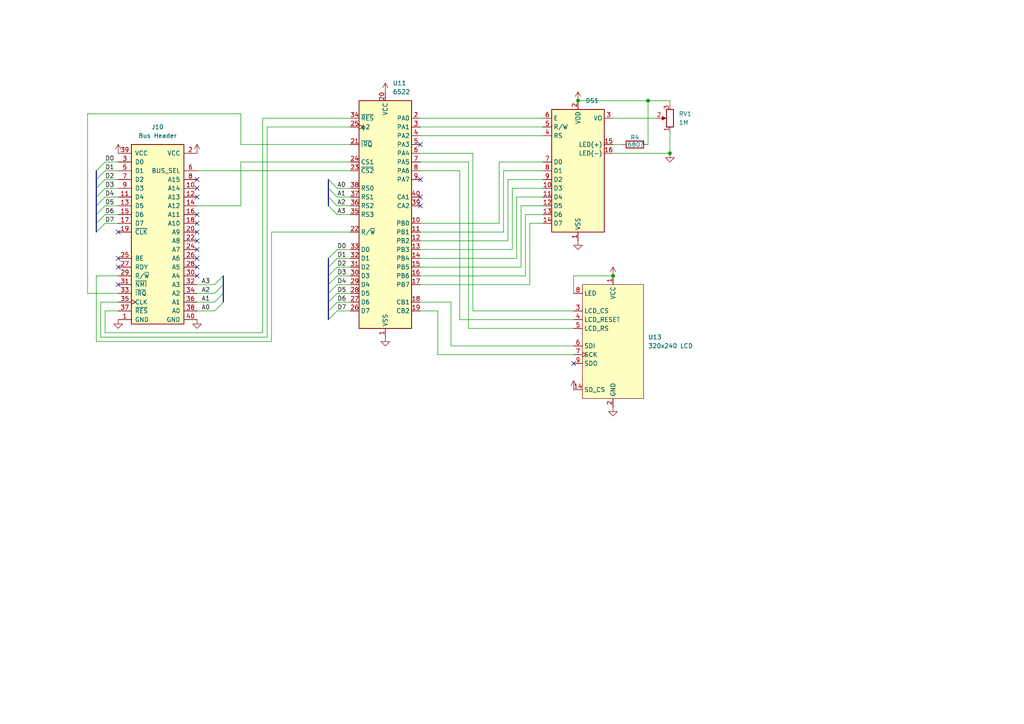
<source format=kicad_sch>
(kicad_sch (version 20250114) (generator "eeschema") (generator_version "9.0")
  (paper "A4")
  (lib_symbols
    (symbol "Board Connectors:20x4_LCD"
      (property "Reference" "DS1" (at -0.762 11.176 0))
      (symbol "20x4_LCD_1_1"
        (rectangle (start -7.62 17.78) (end 7.62 -17.78) (stroke (width 0.254)) (fill (type background)))
        (pin input line (at -10.16 15.24 0) (length 2.54) (name "E") (number "6"))
        (pin input line (at -10.16 12.7 0) (length 2.54) (name "R/W") (number "5"))
        (pin input line (at -10.16 10.16 0) (length 2.54) (name "RS") (number "4"))
        (pin input line (at -10.16 2.54 0) (length 2.54) (name "D0") (number "7"))
        (pin input line (at -10.16 0 0) (length 2.54) (name "D1") (number "8"))
        (pin input line (at -10.16 -2.54 0) (length 2.54) (name "D2") (number "9"))
        (pin input line (at -10.16 -5.08 0) (length 2.54) (name "D3") (number "10"))
        (pin input line (at -10.16 -7.62 0) (length 2.54) (name "D4") (number "11"))
        (pin input line (at -10.16 -10.16 0) (length 2.54) (name "D5") (number "12"))
        (pin input line (at -10.16 -12.7 0) (length 2.54) (name "D6") (number "13"))
        (pin input line (at -10.16 -15.24 0) (length 2.54) (name "D7") (number "14"))
        (pin power_in line (at 0 20.32 270) (length 2.54) (name "VDD") (number "2"))
        (pin power_in line (at 0 -20.32 90) (length 2.54) (name "VSS") (number "1"))
        (pin input line (at 10.16 15.24 180) (length 2.54) (name "VO") (number "3"))
        (pin power_in line (at 10.16 7.62 180) (length 2.54) (name "LED(+)") (number "15"))
        (pin power_in line (at 10.16 5.08 180) (length 2.54) (name "LED(-)") (number "16"))
      )
    )
    (symbol "Board Connectors:Generic Board Connector" (pin_names (offset 1.016))
      (property "Reference" "J3" (at -0.254 2.286 0))
      (property "Value" "Bus Header" (at 0.508 0.508 0))
      (symbol "Generic Board Connector_1_1"
        (rectangle (start -7.62 -1.27) (end 7.62 -53.34) (stroke (width 0.254)) (fill (type background)))
        (pin power_out line (at -11.43 -3.81 0) (length 3.81) (name "VCC") (number "39"))
        (pin bidirectional line (at -11.43 -6.35 0) (length 3.81) (name "D0") (number "3"))
        (pin bidirectional line (at -11.43 -8.89 0) (length 3.81) (name "D1") (number "5"))
        (pin bidirectional line (at -11.43 -11.43 0) (length 3.81) (name "D2") (number "7"))
        (pin bidirectional line (at -11.43 -13.97 0) (length 3.81) (name "D3") (number "9"))
        (pin bidirectional line (at -11.43 -16.51 0) (length 3.81) (name "D4") (number "11"))
        (pin bidirectional line (at -11.43 -19.05 0) (length 3.81) (name "D5") (number "13"))
        (pin bidirectional line (at -11.43 -21.59 0) (length 3.81) (name "D6") (number "15"))
        (pin bidirectional line (at -11.43 -24.13 0) (length 3.81) (name "D7") (number "17"))
        (pin output line (at -11.43 -26.67 0) (length 3.81) (name "~{CLK}") (number "19"))
        (pin no_connect line (at -11.43 -29.21 0) (length 3.81) (hide yes) (name "NC") (number "21"))
        (pin no_connect line (at -11.43 -31.75 0) (length 3.81) (hide yes) (name "NC") (number "23"))
        (pin output line (at -11.43 -34.29 0) (length 3.81) (name "BE") (number "25"))
        (pin output line (at -11.43 -36.83 0) (length 3.81) (name "RDY") (number "27"))
        (pin output line (at -11.43 -39.37 0) (length 3.81) (name "R/~{W}") (number "29"))
        (pin bidirectional line (at -11.43 -41.91 0) (length 3.81) (name "~{NMI}") (number "31"))
        (pin bidirectional line (at -11.43 -44.45 0) (length 3.81) (name "~{IRQ}") (number "33"))
        (pin output clock (at -11.43 -46.99 0) (length 3.81) (name "CLK") (number "35"))
        (pin output line (at -11.43 -49.53 0) (length 3.81) (name "~{RES}") (number "37"))
        (pin power_out line (at -11.43 -52.07 0) (length 3.81) (name "GND") (number "1"))
        (pin power_out line (at 11.43 -3.81 180) (length 3.81) (name "VCC") (number "2"))
        (pin no_connect line (at 11.43 -6.35 180) (length 3.81) (hide yes) (name "NC") (number "4"))
        (pin output line (at 11.43 -8.89 180) (length 3.81) (name "BUS_SEL") (number "6"))
        (pin output line (at 11.43 -11.43 180) (length 3.81) (name "A15") (number "8"))
        (pin output line (at 11.43 -13.97 180) (length 3.81) (name "A14") (number "10"))
        (pin output line (at 11.43 -16.51 180) (length 3.81) (name "A13") (number "12"))
        (pin output line (at 11.43 -19.05 180) (length 3.81) (name "A12") (number "14"))
        (pin output line (at 11.43 -21.59 180) (length 3.81) (name "A11") (number "16"))
        (pin output line (at 11.43 -24.13 180) (length 3.81) (name "A10") (number "18"))
        (pin output line (at 11.43 -26.67 180) (length 3.81) (name "A9") (number "20"))
        (pin output line (at 11.43 -29.21 180) (length 3.81) (name "A8") (number "22"))
        (pin output line (at 11.43 -31.75 180) (length 3.81) (name "A7") (number "24"))
        (pin output line (at 11.43 -34.29 180) (length 3.81) (name "A6") (number "26"))
        (pin output line (at 11.43 -36.83 180) (length 3.81) (name "A5") (number "28"))
        (pin output line (at 11.43 -39.37 180) (length 3.81) (name "A4") (number "30"))
        (pin output line (at 11.43 -41.91 180) (length 3.81) (name "A3") (number "32"))
        (pin output line (at 11.43 -44.45 180) (length 3.81) (name "A2") (number "34"))
        (pin output line (at 11.43 -46.99 180) (length 3.81) (name "A1") (number "36"))
        (pin output line (at 11.43 -49.53 180) (length 3.81) (name "A0") (number "38"))
        (pin power_out line (at 11.43 -52.07 180) (length 3.81) (name "GND") (number "40"))
      )
    )
    (symbol "Board Connectors:MSP2833"
      (property "Reference" "U" (at 3.302 0.508 0))
      (symbol "MSP2833_0_1"
        (rectangle (start -8.89 -1.27) (end 8.89 -34.29) (fill (type color) (color 255 255 194 1)))
      )
      (symbol "MSP2833_1_0"
        (pin input line (at -11.43 -3.81 0) (length 2.54) (name "LED") (number "8"))
        (pin input line (at -11.43 -19.05 0) (length 2.54) (name "SDI") (number "6"))
        (pin input clock (at -11.43 -21.59 0) (length 2.54) (name "SCK") (number "7"))
        (pin output line (at -11.43 -24.13 0) (length 2.54) (name "SDO") (number "9"))
        (pin input line (at -11.43 -31.75 0) (length 2.54) (name "SD_CS") (number "14"))
        (pin no_connect line (at 11.43 -13.97 180) (length 2.54) (hide yes) (name "CTP_SCL") (number "10"))
        (pin no_connect line (at 11.43 -16.51 180) (length 2.54) (hide yes) (name "CTP_RST") (number "11"))
        (pin no_connect line (at 11.43 -19.05 180) (length 2.54) (hide yes) (name "CTP_SDA") (number "12"))
        (pin no_connect line (at 11.43 -21.59 180) (length 2.54) (hide yes) (name "CTP_INT") (number "13"))
      )
      (symbol "MSP2833_1_1"
        (pin input line (at -11.43 -8.89 0) (length 2.54) (name "LCD_CS") (number "3"))
        (pin input line (at -11.43 -11.43 0) (length 2.54) (name "LCD_RESET") (number "4"))
        (pin input line (at -11.43 -13.97 0) (length 2.54) (name "LCD_RS") (number "5"))
        (pin power_in line (at 0 1.27 270) (length 2.54) (name "VCC") (number "1"))
        (pin power_in line (at 0 -36.83 90) (length 2.54) (name "GND") (number "2"))
      )
    )
    (symbol "Device:R" (pin_numbers (hide yes)) (pin_names (offset 0))
      (property "Reference" "R" (at 2.032 0 90))
      (property "Value" "R" (at 0 0 90))
      (symbol "R_0_1"
        (rectangle (start -1.016 -2.54) (end 1.016 2.54) (stroke (width 0.254)))
      )
      (symbol "R_1_1"
        (pin passive line (at 0 3.81 270) (length 1.27) (name "~") (number "1"))
        (pin passive line (at 0 -3.81 90) (length 1.27) (name "~") (number "2"))
      )
    )
    (symbol "Device:R_Potentiometer" (pin_names (offset 1.016) (hide yes))
      (property "Reference" "RV" (at -4.445 0 90))
      (property "Value" "R_Potentiometer" (at -2.54 0 90))
      (symbol "R_Potentiometer_0_1"
        (rectangle (start 1.016 2.54) (end -1.016 -2.54) (stroke (width 0.254)))
        (polyline (pts (xy 1.143 0) (xy 2.286 0.508) (xy 2.286 -0.508) (xy 1.143 0)) (fill (type outline)))
        (polyline (pts (xy 2.54 0) (xy 1.524 0)))
      )
      (symbol "R_Potentiometer_1_1"
        (pin passive line (at 0 3.81 270) (length 1.27) (name "1") (number "1"))
        (pin passive line (at 0 -3.81 90) (length 1.27) (name "3") (number "3"))
        (pin passive line (at 3.81 0 180) (length 1.27) (name "2") (number "2"))
      )
    )
    (symbol "PCM_65xx-library:6522"
      (property "Reference" "U" (at 2.54 38.1 0))
      (property "Value" "6522" (at 2.54 35.56 0))
      (symbol "6522_0_1"
        (rectangle (start -7.62 33.02) (end 7.62 -33.02) (stroke (width 0.254)) (fill (type background)))
      )
      (symbol "6522_1_1"
        (pin input line (at -10.16 27.94 0) (length 2.54) (name "~{RES}") (number "34"))
        (pin input clock (at -10.16 25.4 0) (length 2.54) (name "ϕ2") (number "25"))
        (pin open_collector line (at -10.16 20.32 0) (length 2.54) (name "~{IRQ}") (number "21"))
        (pin input line (at -10.16 15.24 0) (length 2.54) (name "CS1") (number "24"))
        (pin input line (at -10.16 12.7 0) (length 2.54) (name "~{CS2}") (number "23"))
        (pin input line (at -10.16 7.62 0) (length 2.54) (name "RS0") (number "38"))
        (pin input line (at -10.16 5.08 0) (length 2.54) (name "RS1") (number "37"))
        (pin input line (at -10.16 2.54 0) (length 2.54) (name "RS2") (number "36"))
        (pin input line (at -10.16 0 0) (length 2.54) (name "RS3") (number "35"))
        (pin input line (at -10.16 -5.08 0) (length 2.54) (name "R/~{W}") (number "22"))
        (pin bidirectional line (at -10.16 -10.16 0) (length 2.54) (name "D0") (number "33"))
        (pin bidirectional line (at -10.16 -12.7 0) (length 2.54) (name "D1") (number "32"))
        (pin bidirectional line (at -10.16 -15.24 0) (length 2.54) (name "D2") (number "31"))
        (pin bidirectional line (at -10.16 -17.78 0) (length 2.54) (name "D3") (number "30"))
        (pin bidirectional line (at -10.16 -20.32 0) (length 2.54) (name "D4") (number "29"))
        (pin bidirectional line (at -10.16 -22.86 0) (length 2.54) (name "D5") (number "28"))
        (pin bidirectional line (at -10.16 -25.4 0) (length 2.54) (name "D6") (number "27"))
        (pin bidirectional line (at -10.16 -27.94 0) (length 2.54) (name "D7") (number "26"))
        (pin power_in line (at 0 35.56 270) (length 2.54) (name "VCC") (number "20"))
        (pin power_in line (at 0 -35.56 90) (length 2.54) (name "VSS") (number "1"))
        (pin bidirectional line (at 10.16 27.94 180) (length 2.54) (name "PA0") (number "2"))
        (pin bidirectional line (at 10.16 25.4 180) (length 2.54) (name "PA1") (number "3"))
        (pin bidirectional line (at 10.16 22.86 180) (length 2.54) (name "PA2") (number "4"))
        (pin bidirectional line (at 10.16 20.32 180) (length 2.54) (name "PA3") (number "5"))
        (pin bidirectional line (at 10.16 17.78 180) (length 2.54) (name "PA4") (number "6"))
        (pin bidirectional line (at 10.16 15.24 180) (length 2.54) (name "PA5") (number "7"))
        (pin bidirectional line (at 10.16 12.7 180) (length 2.54) (name "PA6") (number "8"))
        (pin bidirectional line (at 10.16 10.16 180) (length 2.54) (name "PA7") (number "9"))
        (pin input line (at 10.16 5.08 180) (length 2.54) (name "CA1") (number "40"))
        (pin bidirectional line (at 10.16 2.54 180) (length 2.54) (name "CA2") (number "39"))
        (pin bidirectional line (at 10.16 -2.54 180) (length 2.54) (name "PB0") (number "10"))
        (pin bidirectional line (at 10.16 -5.08 180) (length 2.54) (name "PB1") (number "11"))
        (pin bidirectional line (at 10.16 -7.62 180) (length 2.54) (name "PB2") (number "12"))
        (pin bidirectional line (at 10.16 -10.16 180) (length 2.54) (name "PB3") (number "13"))
        (pin bidirectional line (at 10.16 -12.7 180) (length 2.54) (name "PB4") (number "14"))
        (pin bidirectional line (at 10.16 -15.24 180) (length 2.54) (name "PB5") (number "15"))
        (pin bidirectional line (at 10.16 -17.78 180) (length 2.54) (name "PB6") (number "16"))
        (pin bidirectional line (at 10.16 -20.32 180) (length 2.54) (name "PB7") (number "17"))
        (pin input line (at 10.16 -25.4 180) (length 2.54) (name "CB1") (number "18"))
        (pin bidirectional line (at 10.16 -27.94 180) (length 2.54) (name "CB2") (number "19"))
      )
    )
    (symbol "power:+5V" (power) (pin_numbers (hide yes)) (pin_names (offset 0) (hide yes))
      (property "Value" "+5V" (at 0 3.556 0))
      (symbol "+5V_0_1"
        (polyline (pts (xy -0.762 1.27) (xy 0 2.54)))
        (polyline (pts (xy 0 2.54) (xy 0.762 1.27)))
        (polyline (pts (xy 0 0) (xy 0 2.54)))
      )
      (symbol "+5V_1_1"
        (pin power_in line (at 0 0 90) (length 0) (name "~") (number "1"))
      )
    )
    (symbol "power:GND" (power) (pin_numbers (hide yes)) (pin_names (offset 0) (hide yes))
      (property "Value" "GND" (at 0 -3.81 0))
      (symbol "GND_0_1"
        (polyline (pts (xy 0 0) (xy 0 -1.27) (xy 1.27 -1.27) (xy 0 -2.54) (xy -1.27 -1.27) (xy 0 -1.27)))
      )
      (symbol "GND_1_1"
        (pin power_in line (at 0 0 270) (length 0) (name "~") (number "1"))
      )
    )
  )
  (junction (at 194.31 44.45))
  (junction (at 167.64 29.21))
  (junction (at 187.96 29.21))
  (junction (at 177.8 80.01))
  (no_connect (at 57.15 72.39))
  (no_connect (at 166.37 105.41))
  (no_connect (at 34.29 67.31))
  (no_connect (at 34.29 82.55))
  (no_connect (at 57.15 62.23))
  (no_connect (at 57.15 77.47))
  (no_connect (at 57.15 69.85))
  (no_connect (at 121.92 59.69))
  (no_connect (at 57.15 80.01))
  (no_connect (at 121.92 41.91))
  (no_connect (at 57.15 52.07))
  (no_connect (at 57.15 64.77))
  (no_connect (at 57.15 67.31))
  (no_connect (at 121.92 57.15))
  (no_connect (at 34.29 74.93))
  (no_connect (at 57.15 74.93))
  (no_connect (at 57.15 54.61))
  (no_connect (at 121.92 52.07))
  (no_connect (at 57.15 57.15))
  (no_connect (at 34.29 77.47))
  (bus_entry (at 95.25 52.07) (size 2.54 2.54))
  (bus_entry (at 97.79 87.63) (size -2.54 2.54))
  (bus_entry (at 30.48 62.23) (size -2.54 2.54))
  (bus_entry (at 97.79 85.09) (size -2.54 2.54))
  (bus_entry (at 97.79 74.93) (size -2.54 2.54))
  (bus_entry (at 95.25 57.15) (size 2.54 2.54))
  (bus_entry (at 30.48 59.69) (size -2.54 2.54))
  (bus_entry (at 30.48 54.61) (size -2.54 2.54))
  (bus_entry (at 97.79 82.55) (size -2.54 2.54))
  (bus_entry (at 62.23 82.55) (size 2.54 -2.54))
  (bus_entry (at 97.79 72.39) (size -2.54 2.54))
  (bus_entry (at 62.23 85.09) (size 2.54 -2.54))
  (bus_entry (at 97.79 90.17) (size -2.54 2.54))
  (bus_entry (at 62.23 87.63) (size 2.54 -2.54))
  (bus_entry (at 30.48 46.99) (size -2.54 2.54))
  (bus_entry (at 97.79 77.47) (size -2.54 2.54))
  (bus_entry (at 30.48 52.07) (size -2.54 2.54))
  (bus_entry (at 30.48 57.15) (size -2.54 2.54))
  (bus_entry (at 62.23 90.17) (size 2.54 -2.54))
  (bus_entry (at 97.79 80.01) (size -2.54 2.54))
  (bus_entry (at 30.48 49.53) (size -2.54 2.54))
  (bus_entry (at 30.48 64.77) (size -2.54 2.54))
  (bus_entry (at 95.25 54.61) (size 2.54 2.54))
  (bus_entry (at 95.25 59.69) (size 2.54 2.54))
  (wire (pts (xy 166.37 100.33) (xy 130.81 100.33)))
  (wire (pts (xy 57.15 87.63) (xy 62.23 87.63)))
  (wire (pts (xy 166.37 80.01) (xy 177.8 80.01)))
  (wire (pts (xy 166.37 85.09) (xy 166.37 80.01)))
  (wire (pts (xy 97.79 74.93) (xy 101.6 74.93)))
  (wire (pts (xy 194.31 38.1) (xy 194.31 44.45)))
  (wire (pts (xy 146.05 49.53) (xy 157.48 49.53)))
  (wire (pts (xy 130.81 87.63) (xy 121.92 87.63)))
  (wire (pts (xy 127 102.87) (xy 127 90.17)))
  (wire (pts (xy 166.37 102.87) (xy 127 102.87)))
  (wire (pts (xy 194.31 29.21) (xy 194.31 30.48)))
  (wire (pts (xy 97.79 87.63) (xy 101.6 87.63)))
  (wire (pts (xy 97.79 82.55) (xy 101.6 82.55)))
  (wire (pts (xy 166.37 92.71) (xy 133.35 92.71)))
  (wire (pts (xy 78.74 67.31) (xy 78.74 99.06)))
  (wire (pts (xy 149.86 57.15) (xy 149.86 74.93)))
  (wire (pts (xy 57.15 49.53) (xy 101.6 49.53)))
  (wire (pts (xy 57.15 82.55) (xy 62.23 82.55)))
  (bus (pts (xy 64.77 85.09) (xy 64.77 87.63)))
  (wire (pts (xy 25.4 33.02) (xy 69.85 33.02)))
  (wire (pts (xy 97.79 85.09) (xy 101.6 85.09)))
  (bus (pts (xy 95.25 85.09) (xy 95.25 87.63)))
  (wire (pts (xy 121.92 39.37) (xy 157.48 39.37)))
  (bus (pts (xy 95.25 82.55) (xy 95.25 85.09)))
  (wire (pts (xy 151.13 77.47) (xy 121.92 77.47)))
  (wire (pts (xy 27.94 99.06) (xy 27.94 80.01)))
  (bus (pts (xy 27.94 62.23) (xy 27.94 64.77)))
  (wire (pts (xy 69.85 59.69) (xy 69.85 46.99)))
  (bus (pts (xy 95.25 74.93) (xy 95.25 77.47)))
  (wire (pts (xy 152.4 80.01) (xy 121.92 80.01)))
  (wire (pts (xy 194.31 44.45) (xy 177.8 44.45)))
  (bus (pts (xy 95.25 77.47) (xy 95.25 80.01)))
  (wire (pts (xy 76.2 96.52) (xy 76.2 34.29)))
  (bus (pts (xy 27.94 49.53) (xy 27.94 52.07)))
  (bus (pts (xy 27.94 57.15) (xy 27.94 59.69)))
  (wire (pts (xy 34.29 85.09) (xy 25.4 85.09)))
  (wire (pts (xy 153.67 64.77) (xy 157.48 64.77)))
  (wire (pts (xy 133.35 49.53) (xy 121.92 49.53)))
  (wire (pts (xy 97.79 77.47) (xy 101.6 77.47)))
  (wire (pts (xy 153.67 64.77) (xy 153.67 82.55)))
  (wire (pts (xy 30.48 49.53) (xy 34.29 49.53)))
  (wire (pts (xy 29.21 97.79) (xy 29.21 87.63)))
  (wire (pts (xy 152.4 62.23) (xy 157.48 62.23)))
  (wire (pts (xy 167.64 29.21) (xy 187.96 29.21)))
  (wire (pts (xy 77.47 36.83) (xy 77.47 97.79)))
  (wire (pts (xy 147.32 52.07) (xy 147.32 69.85)))
  (wire (pts (xy 30.48 46.99) (xy 34.29 46.99)))
  (wire (pts (xy 69.85 41.91) (xy 101.6 41.91)))
  (bus (pts (xy 27.94 54.61) (xy 27.94 57.15)))
  (wire (pts (xy 30.48 54.61) (xy 34.29 54.61)))
  (wire (pts (xy 137.16 44.45) (xy 121.92 44.45)))
  (wire (pts (xy 127 90.17) (xy 121.92 90.17)))
  (wire (pts (xy 57.15 59.69) (xy 69.85 59.69)))
  (wire (pts (xy 69.85 33.02) (xy 69.85 41.91)))
  (wire (pts (xy 133.35 92.71) (xy 133.35 49.53)))
  (wire (pts (xy 57.15 85.09) (xy 62.23 85.09)))
  (wire (pts (xy 69.85 46.99) (xy 101.6 46.99)))
  (wire (pts (xy 97.79 62.23) (xy 101.6 62.23)))
  (bus (pts (xy 27.94 52.07) (xy 27.94 54.61)))
  (wire (pts (xy 130.81 100.33) (xy 130.81 87.63)))
  (wire (pts (xy 152.4 62.23) (xy 152.4 80.01)))
  (wire (pts (xy 147.32 69.85) (xy 121.92 69.85)))
  (wire (pts (xy 97.79 59.69) (xy 101.6 59.69)))
  (wire (pts (xy 147.32 52.07) (xy 157.48 52.07)))
  (wire (pts (xy 27.94 80.01) (xy 34.29 80.01)))
  (wire (pts (xy 101.6 36.83) (xy 77.47 36.83)))
  (wire (pts (xy 166.37 90.17) (xy 137.16 90.17)))
  (wire (pts (xy 177.8 34.29) (xy 190.5 34.29)))
  (bus (pts (xy 95.25 52.07) (xy 95.25 54.61)))
  (wire (pts (xy 144.78 64.77) (xy 121.92 64.77)))
  (bus (pts (xy 95.25 57.15) (xy 95.25 59.69)))
  (wire (pts (xy 137.16 90.17) (xy 137.16 44.45)))
  (wire (pts (xy 153.67 82.55) (xy 121.92 82.55)))
  (wire (pts (xy 177.8 41.91) (xy 180.34 41.91)))
  (wire (pts (xy 148.59 72.39) (xy 121.92 72.39)))
  (wire (pts (xy 57.15 90.17) (xy 62.23 90.17)))
  (wire (pts (xy 146.05 67.31) (xy 121.92 67.31)))
  (wire (pts (xy 151.13 59.69) (xy 151.13 77.47)))
  (wire (pts (xy 166.37 95.25) (xy 135.89 95.25)))
  (wire (pts (xy 30.48 62.23) (xy 34.29 62.23)))
  (wire (pts (xy 97.79 54.61) (xy 101.6 54.61)))
  (wire (pts (xy 30.48 90.17) (xy 30.48 96.52)))
  (wire (pts (xy 151.13 59.69) (xy 157.48 59.69)))
  (wire (pts (xy 30.48 57.15) (xy 34.29 57.15)))
  (wire (pts (xy 121.92 34.29) (xy 157.48 34.29)))
  (bus (pts (xy 95.25 87.63) (xy 95.25 90.17)))
  (wire (pts (xy 97.79 80.01) (xy 101.6 80.01)))
  (bus (pts (xy 64.77 82.55) (xy 64.77 85.09)))
  (wire (pts (xy 149.86 74.93) (xy 121.92 74.93)))
  (wire (pts (xy 30.48 59.69) (xy 34.29 59.69)))
  (bus (pts (xy 95.25 54.61) (xy 95.25 57.15)))
  (bus (pts (xy 27.94 59.69) (xy 27.94 62.23)))
  (wire (pts (xy 101.6 67.31) (xy 78.74 67.31)))
  (wire (pts (xy 121.92 46.99) (xy 135.89 46.99)))
  (bus (pts (xy 95.25 90.17) (xy 95.25 92.71)))
  (wire (pts (xy 34.29 90.17) (xy 30.48 90.17)))
  (wire (pts (xy 187.96 29.21) (xy 187.96 41.91)))
  (wire (pts (xy 78.74 99.06) (xy 27.94 99.06)))
  (bus (pts (xy 27.94 64.77) (xy 27.94 67.31)))
  (bus (pts (xy 95.25 80.01) (xy 95.25 82.55)))
  (wire (pts (xy 76.2 34.29) (xy 101.6 34.29)))
  (wire (pts (xy 77.47 97.79) (xy 29.21 97.79)))
  (wire (pts (xy 148.59 54.61) (xy 157.48 54.61)))
  (wire (pts (xy 146.05 49.53) (xy 146.05 67.31)))
  (wire (pts (xy 149.86 57.15) (xy 157.48 57.15)))
  (wire (pts (xy 148.59 54.61) (xy 148.59 72.39)))
  (wire (pts (xy 144.78 46.99) (xy 144.78 64.77)))
  (wire (pts (xy 29.21 87.63) (xy 34.29 87.63)))
  (wire (pts (xy 30.48 96.52) (xy 76.2 96.52)))
  (wire (pts (xy 121.92 36.83) (xy 157.48 36.83)))
  (wire (pts (xy 144.78 46.99) (xy 157.48 46.99)))
  (wire (pts (xy 97.79 72.39) (xy 101.6 72.39)))
  (wire (pts (xy 30.48 64.77) (xy 34.29 64.77)))
  (wire (pts (xy 97.79 57.15) (xy 101.6 57.15)))
  (bus (pts (xy 64.77 80.01) (xy 64.77 82.55)))
  (wire (pts (xy 187.96 29.21) (xy 194.31 29.21)))
  (wire (pts (xy 97.79 90.17) (xy 101.6 90.17)))
  (wire (pts (xy 135.89 46.99) (xy 135.89 95.25)))
  (wire (pts (xy 25.4 85.09) (xy 25.4 33.02)))
  (wire (pts (xy 30.48 52.07) (xy 34.29 52.07)))
  (label "D7" (at 30.48 64.77 0))
  (label "D0" (at 30.48 46.99 0))
  (label "D2" (at 30.48 52.07 0))
  (label "D1" (at 30.48 49.53 0))
  (label "D3" (at 30.48 54.61 0))
  (label "D4" (at 30.48 57.15 0))
  (label "D6" (at 30.48 62.23 0))
  (label "D5" (at 30.48 59.69 0))
  (label "D6" (at 97.79 87.63 0))
  (label "D4" (at 97.79 82.55 0))
  (label "D3" (at 97.79 80.01 0))
  (label "D2" (at 97.79 77.47 0))
  (label "D5" (at 97.79 85.09 0))
  (label "D1" (at 97.79 74.93 0))
  (label "D0" (at 97.79 72.39 0))
  (label "A1" (at 97.79 57.15 0))
  (label "A0" (at 97.79 54.61 0))
  (label "A3" (at 97.79 62.23 0))
  (label "A2" (at 97.79 59.69 0))
  (label "D7" (at 97.79 90.17 0))
  (label "A3" (at 58.42 82.55 0))
  (label "A2" (at 58.42 85.09 0))
  (label "A1" (at 58.42 87.63 0))
  (label "A0" (at 58.42 90.17 0))
  (symbol (lib_id "Board Connectors:MSP2833") (at 177.8 81.28 0) (unit 1)
    (property "Reference" "U13" (at 187.96 97.7899 0) (effects (justify left)))
    (property "Value" "320x240 LCD" (at 187.96 100.3299 0) (effects (justify left)))
    (property "Footprint" "Connector_PinHeader_2.54mm:PinHeader_1x14_P2.54mm_Vertical" (effects (hide yes)))
  )
  (symbol (lib_id "power:GND") (at 34.29 92.71 0) (unit 1)
    (property "Reference" "#PWR83" (effects (hide yes)))
    (property "Value" "GND" (effects (hide yes)))
    (property "Description" "Power symbol creates a global label with name \"GND\" , ground" (effects (hide yes)))
  )
  (symbol (lib_id "Device:R_Potentiometer") (at 194.31 34.29 180) (unit 1)
    (property "Reference" "RV1" (at 196.85 33.0199 0) (effects (justify right)))
    (property "Value" "1M" (at 196.85 35.5599 0) (effects (justify right)))
    (property "Footprint" "Potentiometer_THT:Potentiometer_Vishay_T7-YA_Single_Vertical" (effects (hide yes)))
    (property "Description" "Potentiometer" (effects (hide yes)))
  )
  (symbol (lib_id "power:+5V") (at 34.29 44.45 0) (unit 1)
    (property "Reference" "#PWR76" (effects (hide yes)))
    (property "Value" "+5V" (effects (hide yes)))
    (property "Description" "Power symbol creates a global label with name \"+5V\"" (effects (hide yes)))
  )
  (symbol (lib_id "power:+5V") (at 177.8 80.01 0) (unit 1)
    (property "Reference" "#PWR81" (effects (hide yes)))
    (property "Value" "+5V" (effects (hide yes)))
    (property "Description" "Power symbol creates a global label with name \"+5V\"" (effects (hide yes)))
  )
  (symbol (lib_id "power:GND") (at 177.8 118.11 0) (unit 1)
    (property "Reference" "#PWR88" (effects (hide yes)))
    (property "Value" "GND" (effects (hide yes)))
    (property "Description" "Power symbol creates a global label with name \"GND\" , ground" (effects (hide yes)))
  )
  (symbol (lib_id "power:+5V") (at 111.76 26.67 0) (unit 1)
    (property "Reference" "#PWR74" (effects (hide yes)))
    (property "Value" "+5V" (effects (hide yes)))
    (property "Description" "Power symbol creates a global label with name \"+5V\"" (effects (hide yes)))
  )
  (symbol (lib_id "power:GND") (at 167.64 69.85 0) (unit 1)
    (property "Reference" "#PWR80" (effects (hide yes)))
    (property "Value" "GND" (effects (hide yes)))
    (property "Description" "Power symbol creates a global label with name \"GND\" , ground" (effects (hide yes)))
  )
  (symbol (lib_id "PCM_65xx-library:6522") (at 111.76 62.23 0) (unit 1)
    (property "Reference" "U11" (at 113.9033 24.13 0) (effects (justify left)))
    (property "Value" "6522" (at 113.9033 26.67 0) (effects (justify left)))
    (property "Footprint" "Package_DIP:DIP-40_W15.24mm" (effects (hide yes)))
    (property "Datasheet" "http://www.6502.org/documents/datasheets/mos/mos_6522_preliminary_nov_1977.pdf" (effects (hide yes)))
    (property "Description" "NMOS Versatile Interface Adapter (VIA), 20-pin I/O, 2 Timer/Counters, DIP-40" (effects (hide yes)))
  )
  (symbol (lib_id "power:+5V") (at 167.64 29.21 0) (unit 1)
    (property "Reference" "#PWR75" (effects (hide yes)))
    (property "Value" "+5V" (effects (hide yes)))
    (property "Description" "Power symbol creates a global label with name \"+5V\"" (effects (hide yes)))
  )
  (symbol (lib_id "power:GND") (at 194.31 44.45 0) (unit 1)
    (property "Reference" "#PWR78" (effects (hide yes)))
    (property "Value" "GND" (effects (hide yes)))
    (property "Description" "Power symbol creates a global label with name \"GND\" , ground" (effects (hide yes)))
  )
  (symbol (lib_id "power:GND") (at 111.76 97.79 0) (unit 1)
    (property "Reference" "#PWR85" (effects (hide yes)))
    (property "Value" "GND" (effects (hide yes)))
    (property "Description" "Power symbol creates a global label with name \"GND\" , ground" (effects (hide yes)))
  )
  (symbol (lib_id "Board Connectors:Generic Board Connector") (at 45.72 40.64 0) (unit 1)
    (property "Reference" "J10" (at 45.72 36.83 0))
    (property "Value" "Bus Header" (at 45.72 39.37 0))
    (property "Footprint" "Connector_PinHeader_2.54mm:PinHeader_2x20_P2.54mm_Vertical" (effects (hide yes)))
    (property "Description" "Generic connector, double row, 02x20, counter clockwise pin numbering scheme (similar to DIP package numbering), script generated (kicad-library-utils/schlib/autogen/connector/)" (effects (hide yes)))
  )
  (symbol (lib_id "Board Connectors:20x4_LCD") (at 167.64 49.53 0) (unit 1)
    (property "Reference" "DS1" (at 169.7833 29.21 0) (effects (justify left)))
    (property "Value" "20x4_LCD" (effects (hide yes)))
    (property "Footprint" "Connector_PinSocket_2.54mm:PinSocket_1x16_P2.54mm_Vertical" (effects (hide yes)))
    (property "Datasheet" "http://www.wincomlcd.com/pdf/WC1602A-SFYLYHTC06.pdf" (effects (hide yes)))
    (property "Description" "LCD 20x4 Alphanumeric , 8 bit parallel bus, 5V VDD" (effects (hide yes)))
    (property "NOTE" "INCORRECT FOOTPRINT, FIX!!" (effects (hide yes)))
  )
  (symbol (lib_id "Device:R") (at 184.15 41.91 90) (unit 1)
    (property "Reference" "R4" (at 184.15 39.878 90))
    (property "Value" "680?" (at 184.404 41.91 90))
    (property "Footprint" "Resistor_THT:R_Axial_DIN0204_L3.6mm_D1.6mm_P7.62mm_Horizontal" (effects (hide yes)))
    (property "Description" "Resistor" (effects (hide yes)))
  )
  (symbol (lib_id "power:+5V") (at 166.37 113.03 0) (unit 1)
    (property "Reference" "#PWR87" (effects (hide yes)))
    (property "Value" "+5V" (effects (hide yes)))
    (property "Description" "Power symbol creates a global label with name \"+5V\"" (effects (hide yes)))
  )
  (symbol (lib_id "power:GND") (at 57.15 92.71 0) (unit 1)
    (property "Reference" "#PWR84" (effects (hide yes)))
    (property "Value" "GND" (effects (hide yes)))
    (property "Description" "Power symbol creates a global label with name \"GND\" , ground" (effects (hide yes)))
  )
  (symbol (lib_id "power:+5V") (at 57.15 44.45 0) (unit 1)
    (property "Reference" "#PWR77" (effects (hide yes)))
    (property "Value" "+5V" (effects (hide yes)))
    (property "Description" "Power symbol creates a global label with name \"+5V\"" (effects (hide yes)))
  )
)
</source>
